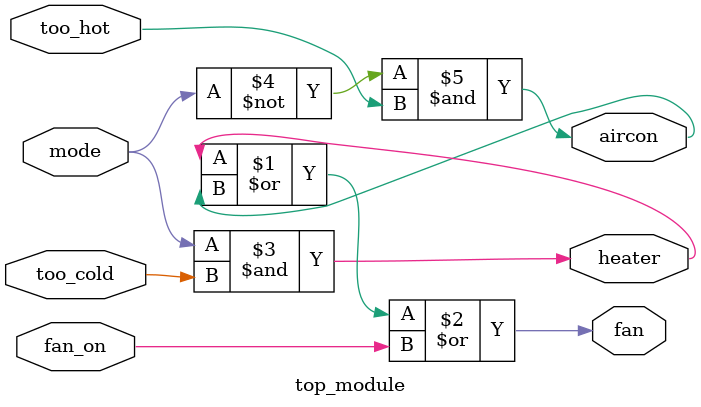
<source format=v>
module top_module (
    input too_cold,
    input too_hot,
    input mode,
    input fan_on,
    output heater,
    output aircon,
    output fan
); 

    assign fan = heater | aircon | fan_on;
    assign heater = mode & too_cold;
    assign aircon = ~mode & too_hot;
endmodule


</source>
